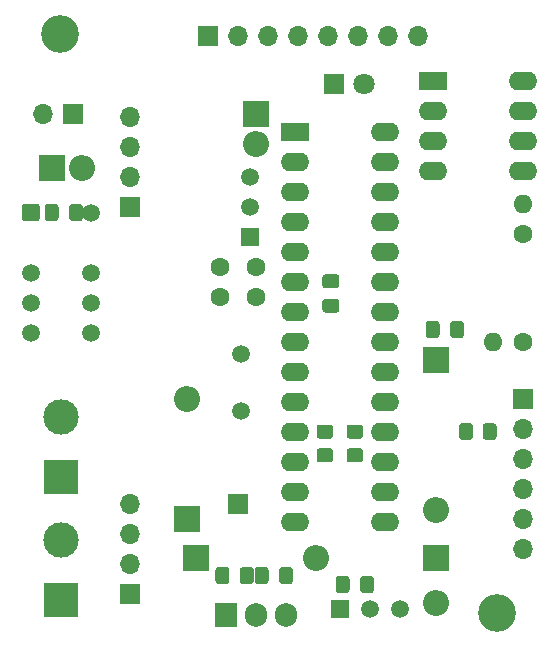
<source format=gbr>
%TF.GenerationSoftware,KiCad,Pcbnew,(5.1.12)-1*%
%TF.CreationDate,2025-06-01T13:41:53+02:00*%
%TF.ProjectId,telecommande,74656c65-636f-46d6-9d61-6e64652e6b69,rev?*%
%TF.SameCoordinates,Original*%
%TF.FileFunction,Soldermask,Bot*%
%TF.FilePolarity,Negative*%
%FSLAX46Y46*%
G04 Gerber Fmt 4.6, Leading zero omitted, Abs format (unit mm)*
G04 Created by KiCad (PCBNEW (5.1.12)-1) date 2025-06-01 13:41:53*
%MOMM*%
%LPD*%
G01*
G04 APERTURE LIST*
%ADD10C,3.200000*%
%ADD11O,1.700000X1.700000*%
%ADD12R,1.700000X1.700000*%
%ADD13O,2.400000X1.600000*%
%ADD14R,2.400000X1.600000*%
%ADD15O,1.600000X1.600000*%
%ADD16C,1.600000*%
%ADD17O,2.200000X2.200000*%
%ADD18R,2.200000X2.200000*%
%ADD19C,1.500000*%
%ADD20O,1.905000X2.000000*%
%ADD21R,1.905000X2.000000*%
%ADD22R,1.500000X1.500000*%
%ADD23C,3.000000*%
%ADD24R,3.000000X3.000000*%
%ADD25C,1.800000*%
%ADD26R,1.800000X1.800000*%
G04 APERTURE END LIST*
D10*
%TO.C,H2*%
X121000000Y-121000000D03*
%TD*%
%TO.C,H1*%
X84000000Y-72000000D03*
%TD*%
D11*
%TO.C,J1*%
X114300000Y-72136000D03*
X111760000Y-72136000D03*
X109220000Y-72136000D03*
X106680000Y-72136000D03*
X104140000Y-72136000D03*
X101600000Y-72136000D03*
X99060000Y-72136000D03*
D12*
X96520000Y-72136000D03*
%TD*%
D13*
%TO.C,U3*%
X123190000Y-75946000D03*
X115570000Y-83566000D03*
X123190000Y-78486000D03*
X115570000Y-81026000D03*
X123190000Y-81026000D03*
X115570000Y-78486000D03*
X123190000Y-83566000D03*
D14*
X115570000Y-75946000D03*
%TD*%
D15*
%TO.C,R2*%
X120650000Y-98044000D03*
D16*
X123190000Y-98044000D03*
%TD*%
D17*
%TO.C,D5*%
X115824000Y-120142000D03*
D18*
X115824000Y-116332000D03*
%TD*%
D17*
%TO.C,D1*%
X115824000Y-112268000D03*
D18*
X115824000Y-99568000D03*
%TD*%
%TO.C,R5*%
G36*
G01*
X118980000Y-105213999D02*
X118980000Y-106114001D01*
G75*
G02*
X118730001Y-106364000I-249999J0D01*
G01*
X118029999Y-106364000D01*
G75*
G02*
X117780000Y-106114001I0J249999D01*
G01*
X117780000Y-105213999D01*
G75*
G02*
X118029999Y-104964000I249999J0D01*
G01*
X118730001Y-104964000D01*
G75*
G02*
X118980000Y-105213999I0J-249999D01*
G01*
G37*
G36*
G01*
X120980000Y-105213999D02*
X120980000Y-106114001D01*
G75*
G02*
X120730001Y-106364000I-249999J0D01*
G01*
X120029999Y-106364000D01*
G75*
G02*
X119780000Y-106114001I0J249999D01*
G01*
X119780000Y-105213999D01*
G75*
G02*
X120029999Y-104964000I249999J0D01*
G01*
X120730001Y-104964000D01*
G75*
G02*
X120980000Y-105213999I0J-249999D01*
G01*
G37*
%TD*%
D17*
%TO.C,D7*%
X105664000Y-116332000D03*
D18*
X95504000Y-116332000D03*
%TD*%
D17*
%TO.C,D3*%
X94742000Y-102870000D03*
D18*
X94742000Y-113030000D03*
%TD*%
D19*
%TO.C,Y1*%
X99314000Y-103960000D03*
X99314000Y-99060000D03*
%TD*%
D20*
%TO.C,U4*%
X103124000Y-121158000D03*
X100584000Y-121158000D03*
D21*
X98044000Y-121158000D03*
%TD*%
D13*
%TO.C,U2*%
X111506000Y-80264000D03*
X103886000Y-113284000D03*
X111506000Y-82804000D03*
X103886000Y-110744000D03*
X111506000Y-85344000D03*
X103886000Y-108204000D03*
X111506000Y-87884000D03*
X103886000Y-105664000D03*
X111506000Y-90424000D03*
X103886000Y-103124000D03*
X111506000Y-92964000D03*
X103886000Y-100584000D03*
X111506000Y-95504000D03*
X103886000Y-98044000D03*
X111506000Y-98044000D03*
X103886000Y-95504000D03*
X111506000Y-100584000D03*
X103886000Y-92964000D03*
X111506000Y-103124000D03*
X103886000Y-90424000D03*
X111506000Y-105664000D03*
X103886000Y-87884000D03*
X111506000Y-108204000D03*
X103886000Y-85344000D03*
X111506000Y-110744000D03*
X103886000Y-82804000D03*
X111506000Y-113284000D03*
D14*
X103886000Y-80264000D03*
%TD*%
D22*
%TO.C,U1*%
X107696000Y-120650000D03*
D19*
X112776000Y-120650000D03*
X110236000Y-120650000D03*
%TD*%
%TO.C,R9*%
G36*
G01*
X108515999Y-107080000D02*
X109416001Y-107080000D01*
G75*
G02*
X109666000Y-107329999I0J-249999D01*
G01*
X109666000Y-108030001D01*
G75*
G02*
X109416001Y-108280000I-249999J0D01*
G01*
X108515999Y-108280000D01*
G75*
G02*
X108266000Y-108030001I0J249999D01*
G01*
X108266000Y-107329999D01*
G75*
G02*
X108515999Y-107080000I249999J0D01*
G01*
G37*
G36*
G01*
X108515999Y-105080000D02*
X109416001Y-105080000D01*
G75*
G02*
X109666000Y-105329999I0J-249999D01*
G01*
X109666000Y-106030001D01*
G75*
G02*
X109416001Y-106280000I-249999J0D01*
G01*
X108515999Y-106280000D01*
G75*
G02*
X108266000Y-106030001I0J249999D01*
G01*
X108266000Y-105329999D01*
G75*
G02*
X108515999Y-105080000I249999J0D01*
G01*
G37*
%TD*%
%TO.C,R8*%
G36*
G01*
X105975999Y-107080000D02*
X106876001Y-107080000D01*
G75*
G02*
X107126000Y-107329999I0J-249999D01*
G01*
X107126000Y-108030001D01*
G75*
G02*
X106876001Y-108280000I-249999J0D01*
G01*
X105975999Y-108280000D01*
G75*
G02*
X105726000Y-108030001I0J249999D01*
G01*
X105726000Y-107329999D01*
G75*
G02*
X105975999Y-107080000I249999J0D01*
G01*
G37*
G36*
G01*
X105975999Y-105080000D02*
X106876001Y-105080000D01*
G75*
G02*
X107126000Y-105329999I0J-249999D01*
G01*
X107126000Y-106030001D01*
G75*
G02*
X106876001Y-106280000I-249999J0D01*
G01*
X105975999Y-106280000D01*
G75*
G02*
X105726000Y-106030001I0J249999D01*
G01*
X105726000Y-105329999D01*
G75*
G02*
X105975999Y-105080000I249999J0D01*
G01*
G37*
%TD*%
D15*
%TO.C,R3*%
X123190000Y-86360000D03*
D16*
X123190000Y-88900000D03*
%TD*%
D22*
%TO.C,Q1*%
X100076000Y-89154000D03*
D19*
X100076000Y-84074000D03*
X100076000Y-86614000D03*
%TD*%
%TO.C,K1*%
X86614000Y-87122000D03*
X86614000Y-92202000D03*
X86614000Y-94742000D03*
X86614000Y-97282000D03*
X81534000Y-97282000D03*
X81534000Y-94742000D03*
X81534000Y-92202000D03*
G36*
G01*
X80784000Y-87621500D02*
X80784000Y-86622500D01*
G75*
G02*
X81034500Y-86372000I250500J0D01*
G01*
X82033500Y-86372000D01*
G75*
G02*
X82284000Y-86622500I0J-250500D01*
G01*
X82284000Y-87621500D01*
G75*
G02*
X82033500Y-87872000I-250500J0D01*
G01*
X81034500Y-87872000D01*
G75*
G02*
X80784000Y-87621500I0J250500D01*
G01*
G37*
%TD*%
D12*
%TO.C,J8*%
X99060000Y-111760000D03*
%TD*%
D23*
%TO.C,J7*%
X84074000Y-104394000D03*
D24*
X84074000Y-109474000D03*
%TD*%
D23*
%TO.C,J6*%
X84074000Y-114808000D03*
D24*
X84074000Y-119888000D03*
%TD*%
D11*
%TO.C,J5*%
X123190000Y-115570000D03*
X123190000Y-113030000D03*
X123190000Y-110490000D03*
X123190000Y-107950000D03*
X123190000Y-105410000D03*
D12*
X123190000Y-102870000D03*
%TD*%
D11*
%TO.C,J4*%
X89916000Y-111760000D03*
X89916000Y-114300000D03*
X89916000Y-116840000D03*
D12*
X89916000Y-119380000D03*
%TD*%
D11*
%TO.C,J3*%
X89916000Y-78994000D03*
X89916000Y-81534000D03*
X89916000Y-84074000D03*
D12*
X89916000Y-86614000D03*
%TD*%
D11*
%TO.C,J2*%
X82550000Y-78740000D03*
D12*
X85090000Y-78740000D03*
%TD*%
D17*
%TO.C,D6*%
X85852000Y-83312000D03*
D18*
X83312000Y-83312000D03*
%TD*%
D25*
%TO.C,D4*%
X109728000Y-76200000D03*
D26*
X107188000Y-76200000D03*
%TD*%
D17*
%TO.C,D2*%
X100584000Y-81280000D03*
D18*
X100584000Y-78740000D03*
%TD*%
%TO.C,C8*%
G36*
G01*
X99234500Y-118331000D02*
X99234500Y-117381000D01*
G75*
G02*
X99484500Y-117131000I250000J0D01*
G01*
X100159500Y-117131000D01*
G75*
G02*
X100409500Y-117381000I0J-250000D01*
G01*
X100409500Y-118331000D01*
G75*
G02*
X100159500Y-118581000I-250000J0D01*
G01*
X99484500Y-118581000D01*
G75*
G02*
X99234500Y-118331000I0J250000D01*
G01*
G37*
G36*
G01*
X97159500Y-118331000D02*
X97159500Y-117381000D01*
G75*
G02*
X97409500Y-117131000I250000J0D01*
G01*
X98084500Y-117131000D01*
G75*
G02*
X98334500Y-117381000I0J-250000D01*
G01*
X98334500Y-118331000D01*
G75*
G02*
X98084500Y-118581000I-250000J0D01*
G01*
X97409500Y-118581000D01*
G75*
G02*
X97159500Y-118331000I0J250000D01*
G01*
G37*
%TD*%
%TO.C,C7*%
G36*
G01*
X84778000Y-87597000D02*
X84778000Y-86647000D01*
G75*
G02*
X85028000Y-86397000I250000J0D01*
G01*
X85703000Y-86397000D01*
G75*
G02*
X85953000Y-86647000I0J-250000D01*
G01*
X85953000Y-87597000D01*
G75*
G02*
X85703000Y-87847000I-250000J0D01*
G01*
X85028000Y-87847000D01*
G75*
G02*
X84778000Y-87597000I0J250000D01*
G01*
G37*
G36*
G01*
X82703000Y-87597000D02*
X82703000Y-86647000D01*
G75*
G02*
X82953000Y-86397000I250000J0D01*
G01*
X83628000Y-86397000D01*
G75*
G02*
X83878000Y-86647000I0J-250000D01*
G01*
X83878000Y-87597000D01*
G75*
G02*
X83628000Y-87847000I-250000J0D01*
G01*
X82953000Y-87847000D01*
G75*
G02*
X82703000Y-87597000I0J250000D01*
G01*
G37*
%TD*%
%TO.C,C6*%
G36*
G01*
X117036000Y-97503000D02*
X117036000Y-96553000D01*
G75*
G02*
X117286000Y-96303000I250000J0D01*
G01*
X117961000Y-96303000D01*
G75*
G02*
X118211000Y-96553000I0J-250000D01*
G01*
X118211000Y-97503000D01*
G75*
G02*
X117961000Y-97753000I-250000J0D01*
G01*
X117286000Y-97753000D01*
G75*
G02*
X117036000Y-97503000I0J250000D01*
G01*
G37*
G36*
G01*
X114961000Y-97503000D02*
X114961000Y-96553000D01*
G75*
G02*
X115211000Y-96303000I250000J0D01*
G01*
X115886000Y-96303000D01*
G75*
G02*
X116136000Y-96553000I0J-250000D01*
G01*
X116136000Y-97503000D01*
G75*
G02*
X115886000Y-97753000I-250000J0D01*
G01*
X115211000Y-97753000D01*
G75*
G02*
X114961000Y-97503000I0J250000D01*
G01*
G37*
%TD*%
%TO.C,C5*%
G36*
G01*
X106459000Y-94430000D02*
X107409000Y-94430000D01*
G75*
G02*
X107659000Y-94680000I0J-250000D01*
G01*
X107659000Y-95355000D01*
G75*
G02*
X107409000Y-95605000I-250000J0D01*
G01*
X106459000Y-95605000D01*
G75*
G02*
X106209000Y-95355000I0J250000D01*
G01*
X106209000Y-94680000D01*
G75*
G02*
X106459000Y-94430000I250000J0D01*
G01*
G37*
G36*
G01*
X106459000Y-92355000D02*
X107409000Y-92355000D01*
G75*
G02*
X107659000Y-92605000I0J-250000D01*
G01*
X107659000Y-93280000D01*
G75*
G02*
X107409000Y-93530000I-250000J0D01*
G01*
X106459000Y-93530000D01*
G75*
G02*
X106209000Y-93280000I0J250000D01*
G01*
X106209000Y-92605000D01*
G75*
G02*
X106459000Y-92355000I250000J0D01*
G01*
G37*
%TD*%
%TO.C,C4*%
G36*
G01*
X109416000Y-119093000D02*
X109416000Y-118143000D01*
G75*
G02*
X109666000Y-117893000I250000J0D01*
G01*
X110341000Y-117893000D01*
G75*
G02*
X110591000Y-118143000I0J-250000D01*
G01*
X110591000Y-119093000D01*
G75*
G02*
X110341000Y-119343000I-250000J0D01*
G01*
X109666000Y-119343000D01*
G75*
G02*
X109416000Y-119093000I0J250000D01*
G01*
G37*
G36*
G01*
X107341000Y-119093000D02*
X107341000Y-118143000D01*
G75*
G02*
X107591000Y-117893000I250000J0D01*
G01*
X108266000Y-117893000D01*
G75*
G02*
X108516000Y-118143000I0J-250000D01*
G01*
X108516000Y-119093000D01*
G75*
G02*
X108266000Y-119343000I-250000J0D01*
G01*
X107591000Y-119343000D01*
G75*
G02*
X107341000Y-119093000I0J250000D01*
G01*
G37*
%TD*%
D16*
%TO.C,C3*%
X97536000Y-91734000D03*
X97536000Y-94234000D03*
%TD*%
%TO.C,C2*%
X100584000Y-91734000D03*
X100584000Y-94234000D03*
%TD*%
%TO.C,C1*%
G36*
G01*
X101658000Y-117381000D02*
X101658000Y-118331000D01*
G75*
G02*
X101408000Y-118581000I-250000J0D01*
G01*
X100733000Y-118581000D01*
G75*
G02*
X100483000Y-118331000I0J250000D01*
G01*
X100483000Y-117381000D01*
G75*
G02*
X100733000Y-117131000I250000J0D01*
G01*
X101408000Y-117131000D01*
G75*
G02*
X101658000Y-117381000I0J-250000D01*
G01*
G37*
G36*
G01*
X103733000Y-117381000D02*
X103733000Y-118331000D01*
G75*
G02*
X103483000Y-118581000I-250000J0D01*
G01*
X102808000Y-118581000D01*
G75*
G02*
X102558000Y-118331000I0J250000D01*
G01*
X102558000Y-117381000D01*
G75*
G02*
X102808000Y-117131000I250000J0D01*
G01*
X103483000Y-117131000D01*
G75*
G02*
X103733000Y-117381000I0J-250000D01*
G01*
G37*
%TD*%
M02*

</source>
